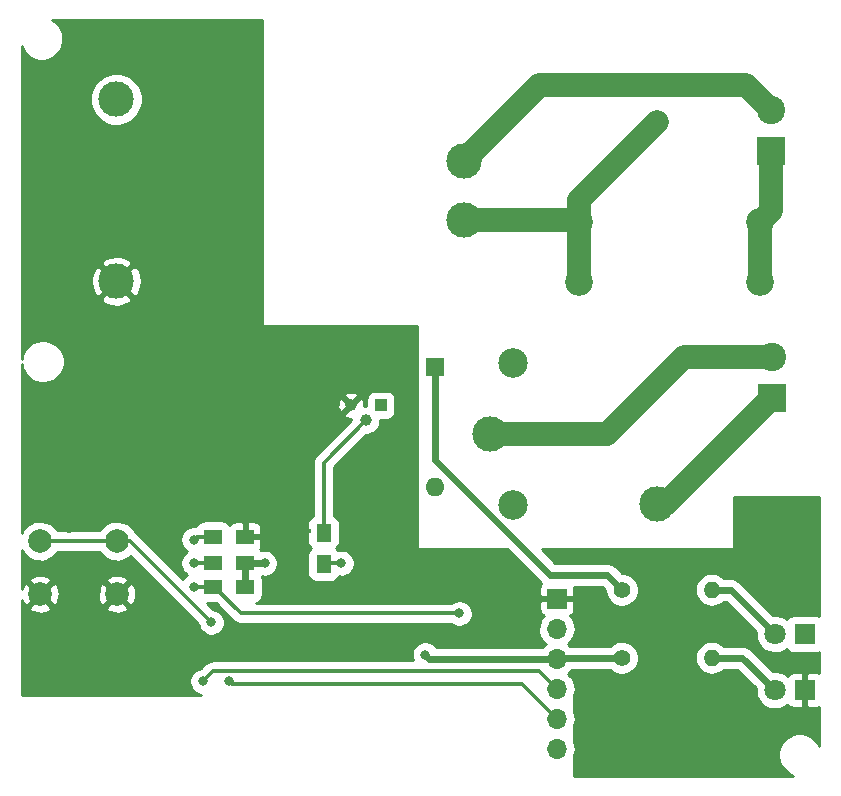
<source format=gbl>
G04 #@! TF.GenerationSoftware,KiCad,Pcbnew,(2017-11-08 revision cd21218)-HEAD*
G04 #@! TF.CreationDate,2018-02-21T13:37:35+02:00*
G04 #@! TF.ProjectId,heater_actuator_node,6865617465725F6163747561746F725F,rev?*
G04 #@! TF.SameCoordinates,Original*
G04 #@! TF.FileFunction,Copper,L2,Bot,Signal*
G04 #@! TF.FilePolarity,Positive*
%FSLAX46Y46*%
G04 Gerber Fmt 4.6, Leading zero omitted, Abs format (unit mm)*
G04 Created by KiCad (PCBNEW (2017-11-08 revision cd21218)-HEAD) date Wed Feb 21 13:37:35 2018*
%MOMM*%
%LPD*%
G01*
G04 APERTURE LIST*
%ADD10C,0.400000*%
%ADD11C,1.400000*%
%ADD12O,1.400000X1.400000*%
%ADD13O,1.600000X1.600000*%
%ADD14R,1.600000X1.600000*%
%ADD15C,1.800000*%
%ADD16R,1.800000X1.800000*%
%ADD17C,2.349500*%
%ADD18R,1.000000X1.000000*%
%ADD19C,1.000000*%
%ADD20R,1.300000X1.500000*%
%ADD21R,1.500000X1.300000*%
%ADD22C,2.500000*%
%ADD23C,3.000000*%
%ADD24C,2.400000*%
%ADD25R,2.400000X2.400000*%
%ADD26R,1.700000X1.700000*%
%ADD27O,1.700000X1.700000*%
%ADD28C,2.000000*%
%ADD29C,0.800000*%
%ADD30C,0.600000*%
%ADD31C,1.000000*%
%ADD32C,2.000000*%
%ADD33C,0.350000*%
%ADD34C,0.254000*%
G04 APERTURE END LIST*
D10*
X179500000Y-87700000D03*
X180300000Y-86800000D03*
X179500000Y-85900000D03*
X179500000Y-91200000D03*
X179500000Y-89400000D03*
X180400000Y-90200000D03*
X178600000Y-90200000D03*
X169800000Y-100400000D03*
X170900000Y-99200000D03*
X168700000Y-99200000D03*
X169800000Y-98200000D03*
X175200000Y-94500000D03*
X172800000Y-96900000D03*
X177800000Y-91900000D03*
X176500000Y-93200000D03*
X174000000Y-95700000D03*
X171700000Y-98100000D03*
X157600000Y-93300000D03*
X171600000Y-87200000D03*
X170300000Y-88500000D03*
X169000000Y-89800000D03*
X167800000Y-91000000D03*
X166600000Y-92200000D03*
X173200000Y-86800000D03*
X178500000Y-86800000D03*
X175200000Y-86800000D03*
X177200000Y-86800000D03*
X156700000Y-93300000D03*
X155600000Y-94400000D03*
X154400000Y-93300000D03*
X155500000Y-92100000D03*
X165400000Y-93300000D03*
X163400000Y-93300000D03*
X161400000Y-93300000D03*
X159400000Y-93300000D03*
D11*
X166750000Y-106500000D03*
D12*
X174370000Y-106500000D03*
D11*
X166750000Y-112250000D03*
D12*
X174370000Y-112250000D03*
D13*
X150950000Y-97775000D03*
D14*
X150950000Y-87615000D03*
D15*
X179710000Y-115000000D03*
D16*
X182250000Y-115000000D03*
X182250000Y-110250000D03*
D15*
X179710000Y-110250000D03*
D17*
X163089360Y-80415000D03*
X163089360Y-75335000D03*
X178410640Y-80415000D03*
X178410640Y-75335000D03*
D18*
X146350000Y-90875000D03*
D19*
X143810000Y-90875000D03*
X145080000Y-92145000D03*
D20*
X141500000Y-101650000D03*
X141500000Y-104350000D03*
D21*
X132150000Y-106250000D03*
X134850000Y-106250000D03*
X132150000Y-104250000D03*
X134850000Y-104250000D03*
D22*
X157500000Y-99325000D03*
X157500000Y-87325000D03*
D23*
X155550000Y-93275000D03*
X169750000Y-99275000D03*
X153350000Y-75175000D03*
X153350000Y-70175000D03*
X123950000Y-80375000D03*
X123950000Y-64975000D03*
D15*
X162250000Y-63775000D03*
X169750000Y-66875000D03*
D24*
X179450000Y-86775000D03*
D25*
X179450000Y-90275000D03*
X179350000Y-69375000D03*
D24*
X179350000Y-65875000D03*
D26*
X161250000Y-107250000D03*
D27*
X161250000Y-109790000D03*
X161250000Y-112330000D03*
X161250000Y-114870000D03*
X161250000Y-117410000D03*
X161250000Y-119950000D03*
D21*
X132150000Y-102000000D03*
X134850000Y-102000000D03*
D28*
X117500000Y-106875000D03*
X117500000Y-102375000D03*
X124000000Y-106875000D03*
X124000000Y-102375000D03*
D10*
X119949286Y-60841500D03*
X122489286Y-60841500D03*
X125029286Y-60841500D03*
X127569286Y-60841500D03*
X130109286Y-60841500D03*
X132649286Y-60841500D03*
X135189286Y-60841500D03*
X117409286Y-63381500D03*
X119949286Y-63381500D03*
X127569286Y-63381500D03*
X130109286Y-63381500D03*
X132649286Y-63381500D03*
X135189286Y-63381500D03*
X117409286Y-65921500D03*
X119949286Y-65921500D03*
X127569286Y-65921500D03*
X130109286Y-65921500D03*
X132649286Y-65921500D03*
X135189286Y-65921500D03*
X117409286Y-68461500D03*
X119949286Y-68461500D03*
X122489286Y-68461500D03*
X125029286Y-68461500D03*
X130109286Y-68461500D03*
X132649286Y-68461500D03*
X135189286Y-68461500D03*
X117409286Y-71001500D03*
X119949286Y-71001500D03*
X122489286Y-71001500D03*
X125029286Y-71001500D03*
X127569286Y-71001500D03*
X132649286Y-71001500D03*
X135189286Y-71001500D03*
X117409286Y-73541500D03*
X119949286Y-73541500D03*
X122489286Y-73541500D03*
X125029286Y-73541500D03*
X127569286Y-73541500D03*
X132649286Y-73541500D03*
X135189286Y-73541500D03*
X117409286Y-76081500D03*
X119949286Y-76081500D03*
X122489286Y-76081500D03*
X125029286Y-76081500D03*
X127569286Y-76081500D03*
X132649286Y-76081500D03*
X135189286Y-76081500D03*
X117409286Y-78621500D03*
X119949286Y-78621500D03*
X122489286Y-78621500D03*
X127569286Y-78621500D03*
X132649286Y-78621500D03*
X135189286Y-78621500D03*
X117409286Y-81161500D03*
X119949286Y-81161500D03*
X127569286Y-81161500D03*
X132649286Y-81161500D03*
X135189286Y-81161500D03*
X117409286Y-83701500D03*
X119949286Y-83701500D03*
X122489286Y-83701500D03*
X125029286Y-83701500D03*
X127569286Y-83701500D03*
X132649286Y-83701500D03*
X135189286Y-83701500D03*
X119949286Y-86241500D03*
X122489286Y-86241500D03*
X125029286Y-86241500D03*
X127569286Y-86241500D03*
X132649286Y-86241500D03*
X119949286Y-88781500D03*
X122489286Y-88781500D03*
X125029286Y-88781500D03*
X127569286Y-88781500D03*
X140269286Y-88781500D03*
X142809286Y-88781500D03*
X145349286Y-88781500D03*
X147889286Y-88781500D03*
X117409286Y-91321500D03*
X119949286Y-91321500D03*
X125029286Y-91321500D03*
X127569286Y-91321500D03*
X140269286Y-91321500D03*
X142809286Y-91321500D03*
X117409286Y-93861500D03*
X119949286Y-93861500D03*
X122489286Y-93861500D03*
X125029286Y-93861500D03*
X127569286Y-93861500D03*
X140269286Y-93861500D03*
X145349286Y-93861500D03*
X117409286Y-96401500D03*
X119949286Y-96401500D03*
X122489286Y-96401500D03*
X125029286Y-96401500D03*
X127569286Y-96401500D03*
X130109286Y-96401500D03*
X132649286Y-96401500D03*
X135189286Y-96401500D03*
X137729286Y-96401500D03*
X140269286Y-96401500D03*
X142809286Y-96401500D03*
X145349286Y-96401500D03*
X147889286Y-96401500D03*
X117409286Y-98941500D03*
X125029286Y-98941500D03*
X127569286Y-98941500D03*
X130109286Y-98941500D03*
X132649286Y-98941500D03*
X135189286Y-98941500D03*
X137729286Y-98941500D03*
X140269286Y-98941500D03*
X142809286Y-98941500D03*
X145349286Y-98941500D03*
X147889286Y-98941500D03*
X119949286Y-101481500D03*
X137729286Y-101481500D03*
X140269286Y-101481500D03*
X178369286Y-101481500D03*
X180909286Y-101481500D03*
X183449286Y-101481500D03*
X119949286Y-104021500D03*
X122489286Y-104021500D03*
X155509286Y-104021500D03*
X180909286Y-104021500D03*
X183449286Y-104021500D03*
X119949286Y-106561500D03*
X122489286Y-106561500D03*
X137729286Y-106561500D03*
X140269286Y-106561500D03*
X142809286Y-106561500D03*
X155509286Y-106561500D03*
X158049286Y-106561500D03*
X170749286Y-106561500D03*
X183449286Y-106561500D03*
X117409286Y-109101500D03*
X119949286Y-109101500D03*
X122489286Y-109101500D03*
X125029286Y-109101500D03*
X155509286Y-109101500D03*
X158049286Y-109101500D03*
X163129286Y-109101500D03*
X165669286Y-109101500D03*
X168209286Y-109101500D03*
X170749286Y-109101500D03*
X173289286Y-109101500D03*
X175829286Y-109101500D03*
X117409286Y-111641500D03*
X119949286Y-111641500D03*
X122489286Y-111641500D03*
X125029286Y-111641500D03*
X132649286Y-111641500D03*
X137729286Y-111641500D03*
X140269286Y-111641500D03*
X142809286Y-111641500D03*
X147889286Y-111641500D03*
X168209286Y-111641500D03*
X170749286Y-111641500D03*
X178369286Y-111641500D03*
X117409286Y-114181500D03*
X119949286Y-114181500D03*
X122489286Y-114181500D03*
X125029286Y-114181500D03*
X163129286Y-114181500D03*
X165669286Y-114181500D03*
X168209286Y-114181500D03*
X170749286Y-114181500D03*
X173289286Y-114181500D03*
X175829286Y-114181500D03*
X163129286Y-116721500D03*
X165669286Y-116721500D03*
X168209286Y-116721500D03*
X170749286Y-116721500D03*
X173289286Y-116721500D03*
X175829286Y-116721500D03*
X178369286Y-116721500D03*
X163129286Y-119261500D03*
X165669286Y-119261500D03*
X168209286Y-119261500D03*
X170749286Y-119261500D03*
X173289286Y-119261500D03*
X175829286Y-119261500D03*
X178369286Y-119261500D03*
X183449286Y-119261500D03*
X163129286Y-121801500D03*
X165669286Y-121801500D03*
X168209286Y-121801500D03*
X170749286Y-121801500D03*
X173289286Y-121801500D03*
X175829286Y-121801500D03*
X178369286Y-121801500D03*
D29*
X148000000Y-105750000D03*
X150100000Y-112000000D03*
X136500000Y-104250000D03*
X143000000Y-104250000D03*
X132000000Y-109250000D03*
X131250000Y-114250000D03*
X133500000Y-114250000D03*
X153000000Y-108500000D03*
X130500000Y-106250000D03*
X130500000Y-104250000D03*
X130500000Y-102250000D03*
D30*
X166750000Y-112250000D02*
X161330000Y-112250000D01*
X161330000Y-112250000D02*
X161250000Y-112330000D01*
X150430000Y-112330000D02*
X150100000Y-112000000D01*
X161250000Y-112330000D02*
X150430000Y-112330000D01*
X134850000Y-104250000D02*
X136500000Y-104250000D01*
X134850000Y-106250000D02*
X134850000Y-104250000D01*
X160686998Y-105250000D02*
X150950000Y-95513002D01*
X150950000Y-95513002D02*
X150950000Y-87615000D01*
X165500000Y-105250000D02*
X160686998Y-105250000D01*
X166750000Y-106500000D02*
X165500000Y-105250000D01*
X150950000Y-87615000D02*
X150950000Y-88050000D01*
X150950000Y-87700000D02*
X150950000Y-87615000D01*
D31*
X157575000Y-87325000D02*
X157500000Y-87325000D01*
D30*
X174370000Y-112250000D02*
X176960000Y-112250000D01*
X176960000Y-112250000D02*
X179710000Y-115000000D01*
X179710000Y-110250000D02*
X175960000Y-106500000D01*
X175960000Y-106500000D02*
X174370000Y-106500000D01*
D32*
X163089360Y-75335000D02*
X163089360Y-73535640D01*
X163089360Y-73535640D02*
X169750000Y-66875000D01*
X153350000Y-75175000D02*
X162929360Y-75175000D01*
X162929360Y-75175000D02*
X163089360Y-75335000D01*
X163089360Y-80415000D02*
X163089360Y-75335000D01*
X178410640Y-75335000D02*
X178410640Y-80415000D01*
X179350000Y-69375000D02*
X179350000Y-74395640D01*
X179350000Y-74395640D02*
X178410640Y-75335000D01*
D33*
X143000000Y-104250000D02*
X141600000Y-104250000D01*
X141600000Y-104250000D02*
X141500000Y-104350000D01*
X141500000Y-101650000D02*
X141500000Y-95725000D01*
X141500000Y-95725000D02*
X145080000Y-92145000D01*
D32*
X165475000Y-93275000D02*
X171975000Y-86775000D01*
X171975000Y-86775000D02*
X179450000Y-86775000D01*
X155550000Y-93275000D02*
X165475000Y-93275000D01*
D33*
X155725000Y-93450000D02*
X155550000Y-93275000D01*
D32*
X170500000Y-99200000D02*
X179500000Y-90200000D01*
X162250000Y-63775000D02*
X177250000Y-63775000D01*
X177250000Y-63775000D02*
X179350000Y-65875000D01*
X153350000Y-70175000D02*
X159750000Y-63775000D01*
X159750000Y-63775000D02*
X162250000Y-63775000D01*
D33*
X124000000Y-102375000D02*
X117500000Y-102375000D01*
X132000000Y-109250000D02*
X125125000Y-102375000D01*
X125125000Y-102375000D02*
X124000000Y-102375000D01*
X159754998Y-113374998D02*
X132125002Y-113374998D01*
X161250000Y-114870000D02*
X159754998Y-113374998D01*
X132125002Y-113374998D02*
X131250000Y-114250000D01*
X161250000Y-117410000D02*
X158340000Y-114500000D01*
X158340000Y-114500000D02*
X133750000Y-114500000D01*
X133750000Y-114500000D02*
X133500000Y-114250000D01*
X132250000Y-106250000D02*
X134500000Y-108500000D01*
X134500000Y-108500000D02*
X153000000Y-108500000D01*
X132150000Y-106250000D02*
X132250000Y-106250000D01*
X132150000Y-106250000D02*
X130500000Y-106250000D01*
X132150000Y-104250000D02*
X130500000Y-104250000D01*
X132150000Y-102000000D02*
X130750000Y-102000000D01*
X130750000Y-102000000D02*
X130500000Y-102250000D01*
D34*
G36*
X136298685Y-84028997D02*
X136308275Y-84077413D01*
X136335739Y-84118658D01*
X136376896Y-84146255D01*
X136425481Y-84156000D01*
X149398009Y-84176797D01*
X149399326Y-102950009D01*
X149408993Y-102998601D01*
X149436523Y-103039803D01*
X149477725Y-103067333D01*
X149526326Y-103077000D01*
X157061601Y-103077000D01*
X159943287Y-105958687D01*
X159906763Y-105995211D01*
X159837270Y-106099215D01*
X159789403Y-106214777D01*
X159765000Y-106337458D01*
X159765000Y-106964250D01*
X159923750Y-107123000D01*
X161123000Y-107123000D01*
X161123000Y-107103000D01*
X161377000Y-107103000D01*
X161377000Y-107123000D01*
X162576250Y-107123000D01*
X162735000Y-106964250D01*
X162735000Y-106337458D01*
X162722974Y-106277000D01*
X165074602Y-106277000D01*
X165322452Y-106524850D01*
X165321124Y-106619986D01*
X165371642Y-106895238D01*
X165474661Y-107155435D01*
X165626258Y-107390667D01*
X165820658Y-107591974D01*
X166050456Y-107751687D01*
X166306899Y-107863725D01*
X166580220Y-107923818D01*
X166860008Y-107929679D01*
X167135605Y-107881084D01*
X167396516Y-107779883D01*
X167632800Y-107629933D01*
X167835459Y-107436943D01*
X167996773Y-107208266D01*
X168110598Y-106952611D01*
X168172598Y-106679716D01*
X168177062Y-106360075D01*
X168122705Y-106085556D01*
X168016063Y-105826822D01*
X167861197Y-105593730D01*
X167664005Y-105395157D01*
X167432000Y-105238668D01*
X167174017Y-105130222D01*
X166899884Y-105073950D01*
X166775479Y-105073081D01*
X166226199Y-104523801D01*
X166152882Y-104463579D01*
X166080221Y-104402608D01*
X166075485Y-104400005D01*
X166071315Y-104396579D01*
X165987714Y-104351752D01*
X165904578Y-104306048D01*
X165899433Y-104304416D01*
X165894672Y-104301863D01*
X165803968Y-104274132D01*
X165713525Y-104245442D01*
X165708154Y-104244840D01*
X165702994Y-104243262D01*
X165608693Y-104233683D01*
X165514339Y-104223100D01*
X165503775Y-104223026D01*
X165503585Y-104223007D01*
X165503408Y-104223024D01*
X165500000Y-104223000D01*
X161112395Y-104223000D01*
X159966395Y-103077000D01*
X176125000Y-103077000D01*
X176173604Y-103067331D01*
X176214805Y-103039800D01*
X176242334Y-102998597D01*
X176252000Y-102949996D01*
X176251873Y-98626609D01*
X183473000Y-98604391D01*
X183473000Y-108698311D01*
X183429557Y-108675090D01*
X183292517Y-108633520D01*
X183150000Y-108619483D01*
X181350000Y-108619483D01*
X181207483Y-108633520D01*
X181070443Y-108675090D01*
X180944147Y-108742597D01*
X180833446Y-108833446D01*
X180742597Y-108944147D01*
X180726981Y-108973362D01*
X180487585Y-108811887D01*
X180193445Y-108688242D01*
X179880891Y-108624084D01*
X179561827Y-108621856D01*
X179538671Y-108626273D01*
X176686199Y-105773801D01*
X176612882Y-105713579D01*
X176540221Y-105652608D01*
X176535485Y-105650005D01*
X176531315Y-105646579D01*
X176447714Y-105601752D01*
X176364578Y-105556048D01*
X176359433Y-105554416D01*
X176354672Y-105551863D01*
X176263968Y-105524132D01*
X176173525Y-105495442D01*
X176168154Y-105494840D01*
X176162994Y-105493262D01*
X176068693Y-105483683D01*
X175974339Y-105473100D01*
X175963775Y-105473026D01*
X175963585Y-105473007D01*
X175963408Y-105473024D01*
X175960000Y-105473000D01*
X175362398Y-105473000D01*
X175183113Y-105322563D01*
X174939060Y-105188394D01*
X174673595Y-105104183D01*
X174396829Y-105073139D01*
X174376905Y-105073000D01*
X174363095Y-105073000D01*
X174085923Y-105100177D01*
X173819308Y-105180673D01*
X173573405Y-105311421D01*
X173357582Y-105487443D01*
X173180058Y-105702032D01*
X173047596Y-105947015D01*
X172965241Y-106213062D01*
X172936130Y-106490038D01*
X172961371Y-106767393D01*
X173040004Y-107034564D01*
X173169032Y-107281373D01*
X173343542Y-107498420D01*
X173556887Y-107677437D01*
X173800940Y-107811606D01*
X174066405Y-107895817D01*
X174343171Y-107926861D01*
X174363095Y-107927000D01*
X174376905Y-107927000D01*
X174654077Y-107899823D01*
X174920692Y-107819327D01*
X175166595Y-107688579D01*
X175364709Y-107527000D01*
X175534602Y-107527000D01*
X178085180Y-110077578D01*
X178080862Y-110386803D01*
X178138460Y-110700632D01*
X178255918Y-110997297D01*
X178428762Y-111265497D01*
X178650407Y-111495018D01*
X178912412Y-111677116D01*
X179204797Y-111804856D01*
X179516425Y-111873372D01*
X179835426Y-111880054D01*
X180149649Y-111824648D01*
X180447127Y-111709264D01*
X180716528Y-111538297D01*
X180727585Y-111527768D01*
X180742597Y-111555853D01*
X180833446Y-111666554D01*
X180944147Y-111757403D01*
X181070443Y-111824910D01*
X181207483Y-111866480D01*
X181350000Y-111880517D01*
X183150000Y-111880517D01*
X183292517Y-111866480D01*
X183429557Y-111824910D01*
X183473000Y-111801689D01*
X183473000Y-113552114D01*
X183450785Y-113537270D01*
X183335223Y-113489403D01*
X183212542Y-113465000D01*
X182535750Y-113465000D01*
X182377000Y-113623750D01*
X182377000Y-114873000D01*
X182397000Y-114873000D01*
X182397000Y-115127000D01*
X182377000Y-115127000D01*
X182377000Y-116376250D01*
X182535750Y-116535000D01*
X183212542Y-116535000D01*
X183335223Y-116510597D01*
X183450785Y-116462730D01*
X183473000Y-116447886D01*
X183473000Y-119739406D01*
X183420951Y-119613125D01*
X183222674Y-119314695D01*
X182970208Y-119060461D01*
X182673170Y-118860106D01*
X182342873Y-118721262D01*
X181991898Y-118649217D01*
X181633613Y-118646716D01*
X181281666Y-118713853D01*
X180949463Y-118848072D01*
X180649656Y-119044260D01*
X180393665Y-119294945D01*
X180191241Y-119590577D01*
X180050094Y-119919897D01*
X179975601Y-120270361D01*
X179970599Y-120628619D01*
X180035277Y-120981026D01*
X180167174Y-121314159D01*
X180361264Y-121615328D01*
X180610156Y-121873062D01*
X180904368Y-122077545D01*
X181232694Y-122220988D01*
X181241845Y-122223000D01*
X162727000Y-122223000D01*
X162727000Y-120510742D01*
X162802420Y-120267100D01*
X162834592Y-119961009D01*
X162806697Y-119654500D01*
X162727000Y-119383712D01*
X162727000Y-117970742D01*
X162802420Y-117727100D01*
X162834592Y-117421009D01*
X162806697Y-117114500D01*
X162727000Y-116843712D01*
X162727000Y-115500000D01*
X162718613Y-115457836D01*
X162802420Y-115187100D01*
X162834592Y-114881009D01*
X162806697Y-114574500D01*
X162719799Y-114279245D01*
X162577207Y-114006493D01*
X162384353Y-113766631D01*
X162184743Y-113599138D01*
X162368838Y-113448993D01*
X162511123Y-113277000D01*
X165757913Y-113277000D01*
X165820658Y-113341974D01*
X166050456Y-113501687D01*
X166306899Y-113613725D01*
X166580220Y-113673818D01*
X166860008Y-113679679D01*
X167135605Y-113631084D01*
X167396516Y-113529883D01*
X167632800Y-113379933D01*
X167835459Y-113186943D01*
X167996773Y-112958266D01*
X168110598Y-112702611D01*
X168172598Y-112429716D01*
X168175246Y-112240038D01*
X172936130Y-112240038D01*
X172961371Y-112517393D01*
X173040004Y-112784564D01*
X173169032Y-113031373D01*
X173343542Y-113248420D01*
X173556887Y-113427437D01*
X173800940Y-113561606D01*
X174066405Y-113645817D01*
X174343171Y-113676861D01*
X174363095Y-113677000D01*
X174376905Y-113677000D01*
X174654077Y-113649823D01*
X174920692Y-113569327D01*
X175166595Y-113438579D01*
X175364709Y-113277000D01*
X176534602Y-113277000D01*
X178085180Y-114827577D01*
X178080862Y-115136803D01*
X178138460Y-115450632D01*
X178255918Y-115747297D01*
X178428762Y-116015497D01*
X178650407Y-116245018D01*
X178912412Y-116427116D01*
X179204797Y-116554856D01*
X179516425Y-116623372D01*
X179835426Y-116630054D01*
X180149649Y-116574648D01*
X180447127Y-116459264D01*
X180716528Y-116288297D01*
X180795496Y-116213096D01*
X180856763Y-116304789D01*
X180945211Y-116393237D01*
X181049215Y-116462730D01*
X181164777Y-116510597D01*
X181287458Y-116535000D01*
X181964250Y-116535000D01*
X182123000Y-116376250D01*
X182123000Y-115127000D01*
X182103000Y-115127000D01*
X182103000Y-114873000D01*
X182123000Y-114873000D01*
X182123000Y-113623750D01*
X181964250Y-113465000D01*
X181287458Y-113465000D01*
X181164777Y-113489403D01*
X181049215Y-113537270D01*
X180945211Y-113606763D01*
X180856763Y-113695211D01*
X180796655Y-113785169D01*
X180752107Y-113740309D01*
X180487585Y-113561887D01*
X180193445Y-113438242D01*
X179880891Y-113374084D01*
X179561827Y-113371856D01*
X179538671Y-113376273D01*
X177686199Y-111523801D01*
X177612882Y-111463579D01*
X177540221Y-111402608D01*
X177535485Y-111400005D01*
X177531315Y-111396579D01*
X177447714Y-111351752D01*
X177364578Y-111306048D01*
X177359433Y-111304416D01*
X177354672Y-111301863D01*
X177263968Y-111274132D01*
X177173525Y-111245442D01*
X177168154Y-111244840D01*
X177162994Y-111243262D01*
X177068693Y-111233683D01*
X176974339Y-111223100D01*
X176963775Y-111223026D01*
X176963585Y-111223007D01*
X176963408Y-111223024D01*
X176960000Y-111223000D01*
X175362398Y-111223000D01*
X175183113Y-111072563D01*
X174939060Y-110938394D01*
X174673595Y-110854183D01*
X174396829Y-110823139D01*
X174376905Y-110823000D01*
X174363095Y-110823000D01*
X174085923Y-110850177D01*
X173819308Y-110930673D01*
X173573405Y-111061421D01*
X173357582Y-111237443D01*
X173180058Y-111452032D01*
X173047596Y-111697015D01*
X172965241Y-111963062D01*
X172936130Y-112240038D01*
X168175246Y-112240038D01*
X168177062Y-112110075D01*
X168122705Y-111835556D01*
X168016063Y-111576822D01*
X167861197Y-111343730D01*
X167664005Y-111145157D01*
X167432000Y-110988668D01*
X167174017Y-110880222D01*
X166899884Y-110823950D01*
X166620041Y-110821996D01*
X166345149Y-110874435D01*
X166085677Y-110979268D01*
X165851510Y-111132503D01*
X165759098Y-111223000D01*
X162380026Y-111223000D01*
X162184743Y-111059138D01*
X162368838Y-110908993D01*
X162565022Y-110671847D01*
X162711408Y-110401112D01*
X162802420Y-110107100D01*
X162834592Y-109801009D01*
X162806697Y-109494500D01*
X162719799Y-109199245D01*
X162577207Y-108926493D01*
X162384353Y-108686631D01*
X162370713Y-108675186D01*
X162400785Y-108662730D01*
X162504789Y-108593237D01*
X162593237Y-108504789D01*
X162662730Y-108400785D01*
X162710597Y-108285223D01*
X162735000Y-108162542D01*
X162735000Y-107535750D01*
X162576250Y-107377000D01*
X161377000Y-107377000D01*
X161377000Y-107397000D01*
X161123000Y-107397000D01*
X161123000Y-107377000D01*
X159923750Y-107377000D01*
X159765000Y-107535750D01*
X159765000Y-108162542D01*
X159789403Y-108285223D01*
X159837270Y-108400785D01*
X159906763Y-108504789D01*
X159995211Y-108593237D01*
X160099215Y-108662730D01*
X160128109Y-108674698D01*
X159934978Y-108908153D01*
X159788592Y-109178888D01*
X159697580Y-109472900D01*
X159665408Y-109778991D01*
X159693303Y-110085500D01*
X159780201Y-110380755D01*
X159922793Y-110653507D01*
X160115647Y-110893369D01*
X160315257Y-111060862D01*
X160131162Y-111211007D01*
X160055059Y-111303000D01*
X150990041Y-111303000D01*
X150977588Y-111284257D01*
X150821853Y-111127430D01*
X150638622Y-111003839D01*
X150434875Y-110918192D01*
X150218374Y-110873751D01*
X149997363Y-110872208D01*
X149780262Y-110913622D01*
X149575339Y-110996416D01*
X149390401Y-111117436D01*
X149232491Y-111272073D01*
X149107624Y-111454437D01*
X149020556Y-111657580D01*
X148974605Y-111873767D01*
X148971519Y-112094761D01*
X149011416Y-112312146D01*
X149075102Y-112472998D01*
X132125002Y-112472998D01*
X132042001Y-112481136D01*
X131959078Y-112488391D01*
X131954529Y-112489713D01*
X131949803Y-112490176D01*
X131870006Y-112514268D01*
X131790029Y-112537503D01*
X131785817Y-112539686D01*
X131781277Y-112541057D01*
X131707714Y-112580171D01*
X131633738Y-112618517D01*
X131630031Y-112621476D01*
X131625843Y-112623703D01*
X131561290Y-112676351D01*
X131496159Y-112728344D01*
X131489556Y-112734856D01*
X131489422Y-112734965D01*
X131489319Y-112735089D01*
X131487192Y-112737187D01*
X131091519Y-113132861D01*
X130930262Y-113163622D01*
X130725339Y-113246416D01*
X130540401Y-113367436D01*
X130382491Y-113522073D01*
X130257624Y-113704437D01*
X130170556Y-113907580D01*
X130124605Y-114123767D01*
X130121519Y-114344761D01*
X130161416Y-114562146D01*
X130242778Y-114767642D01*
X130362504Y-114953421D01*
X130516035Y-115112406D01*
X130697522Y-115238543D01*
X130900053Y-115327027D01*
X131109150Y-115373000D01*
X115927000Y-115373000D01*
X115927000Y-108010413D01*
X116544192Y-108010413D01*
X116639956Y-108274814D01*
X116929571Y-108415704D01*
X117241108Y-108497384D01*
X117562595Y-108516718D01*
X117881675Y-108472961D01*
X118186088Y-108367795D01*
X118360044Y-108274814D01*
X118455808Y-108010413D01*
X123044192Y-108010413D01*
X123139956Y-108274814D01*
X123429571Y-108415704D01*
X123741108Y-108497384D01*
X124062595Y-108516718D01*
X124381675Y-108472961D01*
X124686088Y-108367795D01*
X124860044Y-108274814D01*
X124955808Y-108010413D01*
X124000000Y-107054605D01*
X123044192Y-108010413D01*
X118455808Y-108010413D01*
X117500000Y-107054605D01*
X116544192Y-108010413D01*
X115927000Y-108010413D01*
X115927000Y-107328927D01*
X116007205Y-107561088D01*
X116100186Y-107735044D01*
X116364587Y-107830808D01*
X117320395Y-106875000D01*
X117679605Y-106875000D01*
X118635413Y-107830808D01*
X118899814Y-107735044D01*
X119040704Y-107445429D01*
X119122384Y-107133892D01*
X119134189Y-106937595D01*
X122358282Y-106937595D01*
X122402039Y-107256675D01*
X122507205Y-107561088D01*
X122600186Y-107735044D01*
X122864587Y-107830808D01*
X123820395Y-106875000D01*
X124179605Y-106875000D01*
X125135413Y-107830808D01*
X125399814Y-107735044D01*
X125540704Y-107445429D01*
X125622384Y-107133892D01*
X125641718Y-106812405D01*
X125597961Y-106493325D01*
X125492795Y-106188912D01*
X125399814Y-106014956D01*
X125135413Y-105919192D01*
X124179605Y-106875000D01*
X123820395Y-106875000D01*
X122864587Y-105919192D01*
X122600186Y-106014956D01*
X122459296Y-106304571D01*
X122377616Y-106616108D01*
X122358282Y-106937595D01*
X119134189Y-106937595D01*
X119141718Y-106812405D01*
X119097961Y-106493325D01*
X118992795Y-106188912D01*
X118899814Y-106014956D01*
X118635413Y-105919192D01*
X117679605Y-106875000D01*
X117320395Y-106875000D01*
X116364587Y-105919192D01*
X116100186Y-106014956D01*
X115959296Y-106304571D01*
X115927000Y-106427752D01*
X115927000Y-105739587D01*
X116544192Y-105739587D01*
X117500000Y-106695395D01*
X118455808Y-105739587D01*
X123044192Y-105739587D01*
X124000000Y-106695395D01*
X124955808Y-105739587D01*
X124860044Y-105475186D01*
X124570429Y-105334296D01*
X124258892Y-105252616D01*
X123937405Y-105233282D01*
X123618325Y-105277039D01*
X123313912Y-105382205D01*
X123139956Y-105475186D01*
X123044192Y-105739587D01*
X118455808Y-105739587D01*
X118360044Y-105475186D01*
X118070429Y-105334296D01*
X117758892Y-105252616D01*
X117437405Y-105233282D01*
X117118325Y-105277039D01*
X116813912Y-105382205D01*
X116639956Y-105475186D01*
X116544192Y-105739587D01*
X115927000Y-105739587D01*
X115927000Y-103093603D01*
X115956546Y-103168228D01*
X116140013Y-103452913D01*
X116375281Y-103696540D01*
X116653390Y-103889831D01*
X116963746Y-104025422D01*
X117294527Y-104098149D01*
X117633135Y-104105241D01*
X117966672Y-104046430D01*
X118282433Y-103923954D01*
X118568392Y-103742479D01*
X118813656Y-103508917D01*
X118977255Y-103277000D01*
X122526645Y-103277000D01*
X122640013Y-103452913D01*
X122875281Y-103696540D01*
X123153390Y-103889831D01*
X123463746Y-104025422D01*
X123794527Y-104098149D01*
X124133135Y-104105241D01*
X124466672Y-104046430D01*
X124782433Y-103923954D01*
X125068392Y-103742479D01*
X125144440Y-103670060D01*
X130883293Y-109408913D01*
X130911416Y-109562146D01*
X130992778Y-109767642D01*
X131112504Y-109953421D01*
X131266035Y-110112406D01*
X131447522Y-110238543D01*
X131650053Y-110327027D01*
X131865913Y-110374487D01*
X132086881Y-110379115D01*
X132304539Y-110340736D01*
X132510598Y-110260811D01*
X132697208Y-110142385D01*
X132857261Y-109989968D01*
X132984662Y-109809366D01*
X133074557Y-109607458D01*
X133123523Y-109391934D01*
X133127048Y-109139492D01*
X133084119Y-108922685D01*
X132999897Y-108718346D01*
X132877588Y-108534257D01*
X132721853Y-108377430D01*
X132538622Y-108253839D01*
X132334875Y-108168192D01*
X132157377Y-108131757D01*
X131656137Y-107630517D01*
X132354897Y-107630517D01*
X133862190Y-109137811D01*
X133926628Y-109190741D01*
X133990400Y-109244252D01*
X133994553Y-109246535D01*
X133998221Y-109249548D01*
X134071696Y-109288945D01*
X134144664Y-109329060D01*
X134149182Y-109330493D01*
X134153365Y-109332736D01*
X134233097Y-109357113D01*
X134312464Y-109382289D01*
X134317174Y-109382817D01*
X134321713Y-109384205D01*
X134404657Y-109392630D01*
X134487406Y-109401912D01*
X134496672Y-109401977D01*
X134496852Y-109401995D01*
X134497019Y-109401979D01*
X134500000Y-109402000D01*
X152323003Y-109402000D01*
X152447522Y-109488543D01*
X152650053Y-109577027D01*
X152865913Y-109624487D01*
X153086881Y-109629115D01*
X153304539Y-109590736D01*
X153510598Y-109510811D01*
X153697208Y-109392385D01*
X153857261Y-109239968D01*
X153984662Y-109059366D01*
X154074557Y-108857458D01*
X154123523Y-108641934D01*
X154127048Y-108389492D01*
X154084119Y-108172685D01*
X153999897Y-107968346D01*
X153877588Y-107784257D01*
X153721853Y-107627430D01*
X153538622Y-107503839D01*
X153334875Y-107418192D01*
X153118374Y-107373751D01*
X152897363Y-107372208D01*
X152680262Y-107413622D01*
X152475339Y-107496416D01*
X152320102Y-107598000D01*
X135803438Y-107598000D01*
X135879557Y-107574910D01*
X136005853Y-107507403D01*
X136116554Y-107416554D01*
X136207403Y-107305853D01*
X136274910Y-107179557D01*
X136316480Y-107042517D01*
X136330517Y-106900000D01*
X136330517Y-105600000D01*
X136316480Y-105457483D01*
X136285972Y-105356911D01*
X136365913Y-105374487D01*
X136586881Y-105379115D01*
X136804539Y-105340736D01*
X137010598Y-105260811D01*
X137197208Y-105142385D01*
X137357261Y-104989968D01*
X137484662Y-104809366D01*
X137574557Y-104607458D01*
X137623523Y-104391934D01*
X137627048Y-104139492D01*
X137584119Y-103922685D01*
X137499897Y-103718346D01*
X137377588Y-103534257D01*
X137221853Y-103377430D01*
X137038622Y-103253839D01*
X136834875Y-103168192D01*
X136618374Y-103123751D01*
X136397363Y-103122208D01*
X136182069Y-103163277D01*
X136116554Y-103083446D01*
X136088007Y-103060019D01*
X136093237Y-103054789D01*
X136162730Y-102950785D01*
X136210597Y-102835223D01*
X136235000Y-102712542D01*
X136235000Y-102285750D01*
X136076250Y-102127000D01*
X134977000Y-102127000D01*
X134977000Y-102147000D01*
X134723000Y-102147000D01*
X134723000Y-102127000D01*
X134703000Y-102127000D01*
X134703000Y-101873000D01*
X134723000Y-101873000D01*
X134723000Y-100873750D01*
X134977000Y-100873750D01*
X134977000Y-101873000D01*
X136076250Y-101873000D01*
X136235000Y-101714250D01*
X136235000Y-101287458D01*
X136210597Y-101164777D01*
X136162730Y-101049215D01*
X136093237Y-100945211D01*
X136048026Y-100900000D01*
X140119483Y-100900000D01*
X140119483Y-102400000D01*
X140133520Y-102542517D01*
X140175090Y-102679557D01*
X140242597Y-102805853D01*
X140333446Y-102916554D01*
X140435126Y-103000000D01*
X140333446Y-103083446D01*
X140242597Y-103194147D01*
X140175090Y-103320443D01*
X140133520Y-103457483D01*
X140119483Y-103600000D01*
X140119483Y-105100000D01*
X140133520Y-105242517D01*
X140175090Y-105379557D01*
X140242597Y-105505853D01*
X140333446Y-105616554D01*
X140444147Y-105707403D01*
X140570443Y-105774910D01*
X140707483Y-105816480D01*
X140850000Y-105830517D01*
X142150000Y-105830517D01*
X142292517Y-105816480D01*
X142429557Y-105774910D01*
X142555853Y-105707403D01*
X142666554Y-105616554D01*
X142757403Y-105505853D01*
X142824910Y-105379557D01*
X142828915Y-105366353D01*
X142865913Y-105374487D01*
X143086881Y-105379115D01*
X143304539Y-105340736D01*
X143510598Y-105260811D01*
X143697208Y-105142385D01*
X143857261Y-104989968D01*
X143984662Y-104809366D01*
X144074557Y-104607458D01*
X144123523Y-104391934D01*
X144127048Y-104139492D01*
X144084119Y-103922685D01*
X143999897Y-103718346D01*
X143877588Y-103534257D01*
X143721853Y-103377430D01*
X143538622Y-103253839D01*
X143334875Y-103168192D01*
X143118374Y-103123751D01*
X142897363Y-103122208D01*
X142725301Y-103155030D01*
X142666554Y-103083446D01*
X142564874Y-103000000D01*
X142666554Y-102916554D01*
X142757403Y-102805853D01*
X142824910Y-102679557D01*
X142866480Y-102542517D01*
X142880517Y-102400000D01*
X142880517Y-100900000D01*
X142866480Y-100757483D01*
X142824910Y-100620443D01*
X142757403Y-100494147D01*
X142666554Y-100383446D01*
X142555853Y-100292597D01*
X142429557Y-100225090D01*
X142402000Y-100216731D01*
X142402000Y-96098620D01*
X145127308Y-93373313D01*
X145174590Y-93374303D01*
X145411561Y-93332519D01*
X145635904Y-93245502D01*
X145839072Y-93116568D01*
X146013327Y-92950626D01*
X146152032Y-92753999D01*
X146249904Y-92534175D01*
X146303215Y-92299528D01*
X146305924Y-92105517D01*
X146850000Y-92105517D01*
X146992517Y-92091480D01*
X147129557Y-92049910D01*
X147255853Y-91982403D01*
X147366554Y-91891554D01*
X147457403Y-91780853D01*
X147524910Y-91654557D01*
X147566480Y-91517517D01*
X147580517Y-91375000D01*
X147580517Y-90375000D01*
X147566480Y-90232483D01*
X147524910Y-90095443D01*
X147457403Y-89969147D01*
X147366554Y-89858446D01*
X147255853Y-89767597D01*
X147129557Y-89700090D01*
X146992517Y-89658520D01*
X146850000Y-89644483D01*
X145850000Y-89644483D01*
X145707483Y-89658520D01*
X145570443Y-89700090D01*
X145444147Y-89767597D01*
X145333446Y-89858446D01*
X145242597Y-89969147D01*
X145175090Y-90095443D01*
X145133520Y-90232483D01*
X145119483Y-90375000D01*
X145119483Y-90918193D01*
X144968256Y-90917137D01*
X144944171Y-90921731D01*
X144947511Y-90792594D01*
X144909577Y-90572260D01*
X144829387Y-90363560D01*
X144801588Y-90311550D01*
X144588166Y-90276439D01*
X143989605Y-90875000D01*
X144003748Y-90889143D01*
X143824143Y-91068748D01*
X143810000Y-91054605D01*
X143211439Y-91653166D01*
X143246550Y-91866588D01*
X143450826Y-91957458D01*
X143668905Y-92006731D01*
X143854692Y-92011536D01*
X143853514Y-92095865D01*
X140862190Y-95087190D01*
X140809284Y-95151598D01*
X140755748Y-95215400D01*
X140753465Y-95219553D01*
X140750452Y-95223221D01*
X140711055Y-95296696D01*
X140670940Y-95369664D01*
X140669507Y-95374182D01*
X140667264Y-95378365D01*
X140642887Y-95458097D01*
X140617711Y-95537464D01*
X140617183Y-95542174D01*
X140615795Y-95546713D01*
X140607369Y-95629661D01*
X140598088Y-95712406D01*
X140598023Y-95721671D01*
X140598005Y-95721851D01*
X140598021Y-95722018D01*
X140598000Y-95725000D01*
X140598000Y-100216731D01*
X140570443Y-100225090D01*
X140444147Y-100292597D01*
X140333446Y-100383446D01*
X140242597Y-100494147D01*
X140175090Y-100620443D01*
X140133520Y-100757483D01*
X140119483Y-100900000D01*
X136048026Y-100900000D01*
X136004789Y-100856763D01*
X135900785Y-100787270D01*
X135785223Y-100739403D01*
X135662542Y-100715000D01*
X135135750Y-100715000D01*
X134977000Y-100873750D01*
X134723000Y-100873750D01*
X134564250Y-100715000D01*
X134037458Y-100715000D01*
X133914777Y-100739403D01*
X133799215Y-100787270D01*
X133695211Y-100856763D01*
X133606763Y-100945211D01*
X133551878Y-101027353D01*
X133507403Y-100944147D01*
X133416554Y-100833446D01*
X133305853Y-100742597D01*
X133179557Y-100675090D01*
X133042517Y-100633520D01*
X132900000Y-100619483D01*
X131400000Y-100619483D01*
X131257483Y-100633520D01*
X131120443Y-100675090D01*
X130994147Y-100742597D01*
X130883446Y-100833446D01*
X130792597Y-100944147D01*
X130725090Y-101070443D01*
X130715711Y-101101362D01*
X130667003Y-101106138D01*
X130584076Y-101113393D01*
X130579527Y-101114715D01*
X130574801Y-101115178D01*
X130548032Y-101123260D01*
X130397363Y-101122208D01*
X130180262Y-101163622D01*
X129975339Y-101246416D01*
X129790401Y-101367436D01*
X129632491Y-101522073D01*
X129507624Y-101704437D01*
X129420556Y-101907580D01*
X129374605Y-102123767D01*
X129371519Y-102344761D01*
X129411416Y-102562146D01*
X129492778Y-102767642D01*
X129612504Y-102953421D01*
X129766035Y-103112406D01*
X129947522Y-103238543D01*
X129971417Y-103248983D01*
X129790401Y-103367436D01*
X129632491Y-103522073D01*
X129507624Y-103704437D01*
X129420556Y-103907580D01*
X129374605Y-104123767D01*
X129371519Y-104344761D01*
X129411416Y-104562146D01*
X129492778Y-104767642D01*
X129612504Y-104953421D01*
X129766035Y-105112406D01*
X129947522Y-105238543D01*
X129971417Y-105248983D01*
X129790401Y-105367436D01*
X129632491Y-105522073D01*
X129598027Y-105572407D01*
X125762810Y-101737190D01*
X125698402Y-101684284D01*
X125634600Y-101630748D01*
X125630447Y-101628465D01*
X125626779Y-101625452D01*
X125553304Y-101586055D01*
X125539779Y-101578619D01*
X125532228Y-101560300D01*
X125344805Y-101278204D01*
X125106158Y-101037885D01*
X124825377Y-100848497D01*
X124513159Y-100717252D01*
X124181394Y-100649150D01*
X123842720Y-100646786D01*
X123510037Y-100710249D01*
X123196016Y-100837121D01*
X122912619Y-101022571D01*
X122670640Y-101259535D01*
X122524478Y-101473000D01*
X118974226Y-101473000D01*
X118844805Y-101278204D01*
X118606158Y-101037885D01*
X118325377Y-100848497D01*
X118013159Y-100717252D01*
X117681394Y-100649150D01*
X117342720Y-100646786D01*
X117010037Y-100710249D01*
X116696016Y-100837121D01*
X116412619Y-101022571D01*
X116170640Y-101259535D01*
X115979296Y-101538986D01*
X115927000Y-101661002D01*
X115927000Y-90957406D01*
X142672489Y-90957406D01*
X142710423Y-91177740D01*
X142790613Y-91386440D01*
X142818412Y-91438450D01*
X143031834Y-91473561D01*
X143630395Y-90875000D01*
X143031834Y-90276439D01*
X142818412Y-90311550D01*
X142727542Y-90515826D01*
X142678269Y-90733905D01*
X142672489Y-90957406D01*
X115927000Y-90957406D01*
X115927000Y-90096834D01*
X143211439Y-90096834D01*
X143810000Y-90695395D01*
X144408561Y-90096834D01*
X144373450Y-89883412D01*
X144169174Y-89792542D01*
X143951095Y-89743269D01*
X143727594Y-89737489D01*
X143507260Y-89775423D01*
X143298560Y-89855613D01*
X143246550Y-89883412D01*
X143211439Y-90096834D01*
X115927000Y-90096834D01*
X115927000Y-87363496D01*
X115985277Y-87681026D01*
X116117174Y-88014159D01*
X116311264Y-88315328D01*
X116560156Y-88573062D01*
X116854368Y-88777545D01*
X117182694Y-88920988D01*
X117532629Y-88997926D01*
X117890844Y-89005429D01*
X118243694Y-88943212D01*
X118577739Y-88813645D01*
X118880256Y-88621662D01*
X119139722Y-88374576D01*
X119346254Y-88081798D01*
X119491985Y-87754481D01*
X119571364Y-87405092D01*
X119577078Y-86995853D01*
X119507485Y-86644384D01*
X119370951Y-86313125D01*
X119172674Y-86014695D01*
X118920208Y-85760461D01*
X118623170Y-85560106D01*
X118292873Y-85421262D01*
X117941898Y-85349217D01*
X117583613Y-85346716D01*
X117231666Y-85413853D01*
X116899463Y-85548072D01*
X116599656Y-85744260D01*
X116343665Y-85994945D01*
X116141241Y-86290577D01*
X116000094Y-86619897D01*
X115927000Y-86963779D01*
X115927000Y-81866653D01*
X122637952Y-81866653D01*
X122793962Y-82182214D01*
X123168745Y-82373020D01*
X123573551Y-82487044D01*
X123992824Y-82519902D01*
X124410451Y-82470334D01*
X124810383Y-82340243D01*
X125106038Y-82182214D01*
X125262048Y-81866653D01*
X123950000Y-80554605D01*
X122637952Y-81866653D01*
X115927000Y-81866653D01*
X115927000Y-80417824D01*
X121805098Y-80417824D01*
X121854666Y-80835451D01*
X121984757Y-81235383D01*
X122142786Y-81531038D01*
X122458347Y-81687048D01*
X123770395Y-80375000D01*
X124129605Y-80375000D01*
X125441653Y-81687048D01*
X125757214Y-81531038D01*
X125948020Y-81156255D01*
X126062044Y-80751449D01*
X126094902Y-80332176D01*
X126045334Y-79914549D01*
X125915243Y-79514617D01*
X125757214Y-79218962D01*
X125441653Y-79062952D01*
X124129605Y-80375000D01*
X123770395Y-80375000D01*
X122458347Y-79062952D01*
X122142786Y-79218962D01*
X121951980Y-79593745D01*
X121837956Y-79998551D01*
X121805098Y-80417824D01*
X115927000Y-80417824D01*
X115927000Y-78883347D01*
X122637952Y-78883347D01*
X123950000Y-80195395D01*
X125262048Y-78883347D01*
X125106038Y-78567786D01*
X124731255Y-78376980D01*
X124326449Y-78262956D01*
X123907176Y-78230098D01*
X123489549Y-78279666D01*
X123089617Y-78409757D01*
X122793962Y-78567786D01*
X122637952Y-78883347D01*
X115927000Y-78883347D01*
X115927000Y-65162252D01*
X121720072Y-65162252D01*
X121798912Y-65591815D01*
X121959685Y-65997883D01*
X122196270Y-66364990D01*
X122499653Y-66679152D01*
X122858279Y-66928404D01*
X123258489Y-67103251D01*
X123685038Y-67197034D01*
X124121680Y-67206181D01*
X124551782Y-67130342D01*
X124958963Y-66972407D01*
X125327712Y-66738392D01*
X125643985Y-66437209D01*
X125895735Y-66080331D01*
X126073372Y-65681352D01*
X126170130Y-65255468D01*
X126177096Y-64756631D01*
X126092267Y-64328212D01*
X125925839Y-63924428D01*
X125684152Y-63560660D01*
X125376412Y-63250764D01*
X125014340Y-63006544D01*
X124611728Y-62837301D01*
X124183911Y-62749483D01*
X123747185Y-62746434D01*
X123318183Y-62828270D01*
X122913247Y-62991875D01*
X122547801Y-63231016D01*
X122235764Y-63536585D01*
X121989022Y-63896943D01*
X121816973Y-64298364D01*
X121726170Y-64725557D01*
X121720072Y-65162252D01*
X115927000Y-65162252D01*
X115927000Y-60486406D01*
X116017174Y-60714159D01*
X116211264Y-61015328D01*
X116460156Y-61273062D01*
X116754368Y-61477545D01*
X117082694Y-61620988D01*
X117432629Y-61697926D01*
X117790844Y-61705429D01*
X118143694Y-61643212D01*
X118477739Y-61513645D01*
X118780256Y-61321662D01*
X119039722Y-61074576D01*
X119246254Y-60781798D01*
X119391985Y-60454481D01*
X119471364Y-60105092D01*
X119477078Y-59695853D01*
X119407485Y-59344384D01*
X119270951Y-59013125D01*
X119072674Y-58714695D01*
X118820208Y-58460461D01*
X118523170Y-58260106D01*
X118503887Y-58252000D01*
X136299358Y-58252000D01*
X136298685Y-84028997D01*
X136298685Y-84028997D01*
G37*
X136298685Y-84028997D02*
X136308275Y-84077413D01*
X136335739Y-84118658D01*
X136376896Y-84146255D01*
X136425481Y-84156000D01*
X149398009Y-84176797D01*
X149399326Y-102950009D01*
X149408993Y-102998601D01*
X149436523Y-103039803D01*
X149477725Y-103067333D01*
X149526326Y-103077000D01*
X157061601Y-103077000D01*
X159943287Y-105958687D01*
X159906763Y-105995211D01*
X159837270Y-106099215D01*
X159789403Y-106214777D01*
X159765000Y-106337458D01*
X159765000Y-106964250D01*
X159923750Y-107123000D01*
X161123000Y-107123000D01*
X161123000Y-107103000D01*
X161377000Y-107103000D01*
X161377000Y-107123000D01*
X162576250Y-107123000D01*
X162735000Y-106964250D01*
X162735000Y-106337458D01*
X162722974Y-106277000D01*
X165074602Y-106277000D01*
X165322452Y-106524850D01*
X165321124Y-106619986D01*
X165371642Y-106895238D01*
X165474661Y-107155435D01*
X165626258Y-107390667D01*
X165820658Y-107591974D01*
X166050456Y-107751687D01*
X166306899Y-107863725D01*
X166580220Y-107923818D01*
X166860008Y-107929679D01*
X167135605Y-107881084D01*
X167396516Y-107779883D01*
X167632800Y-107629933D01*
X167835459Y-107436943D01*
X167996773Y-107208266D01*
X168110598Y-106952611D01*
X168172598Y-106679716D01*
X168177062Y-106360075D01*
X168122705Y-106085556D01*
X168016063Y-105826822D01*
X167861197Y-105593730D01*
X167664005Y-105395157D01*
X167432000Y-105238668D01*
X167174017Y-105130222D01*
X166899884Y-105073950D01*
X166775479Y-105073081D01*
X166226199Y-104523801D01*
X166152882Y-104463579D01*
X166080221Y-104402608D01*
X166075485Y-104400005D01*
X166071315Y-104396579D01*
X165987714Y-104351752D01*
X165904578Y-104306048D01*
X165899433Y-104304416D01*
X165894672Y-104301863D01*
X165803968Y-104274132D01*
X165713525Y-104245442D01*
X165708154Y-104244840D01*
X165702994Y-104243262D01*
X165608693Y-104233683D01*
X165514339Y-104223100D01*
X165503775Y-104223026D01*
X165503585Y-104223007D01*
X165503408Y-104223024D01*
X165500000Y-104223000D01*
X161112395Y-104223000D01*
X159966395Y-103077000D01*
X176125000Y-103077000D01*
X176173604Y-103067331D01*
X176214805Y-103039800D01*
X176242334Y-102998597D01*
X176252000Y-102949996D01*
X176251873Y-98626609D01*
X183473000Y-98604391D01*
X183473000Y-108698311D01*
X183429557Y-108675090D01*
X183292517Y-108633520D01*
X183150000Y-108619483D01*
X181350000Y-108619483D01*
X181207483Y-108633520D01*
X181070443Y-108675090D01*
X180944147Y-108742597D01*
X180833446Y-108833446D01*
X180742597Y-108944147D01*
X180726981Y-108973362D01*
X180487585Y-108811887D01*
X180193445Y-108688242D01*
X179880891Y-108624084D01*
X179561827Y-108621856D01*
X179538671Y-108626273D01*
X176686199Y-105773801D01*
X176612882Y-105713579D01*
X176540221Y-105652608D01*
X176535485Y-105650005D01*
X176531315Y-105646579D01*
X176447714Y-105601752D01*
X176364578Y-105556048D01*
X176359433Y-105554416D01*
X176354672Y-105551863D01*
X176263968Y-105524132D01*
X176173525Y-105495442D01*
X176168154Y-105494840D01*
X176162994Y-105493262D01*
X176068693Y-105483683D01*
X175974339Y-105473100D01*
X175963775Y-105473026D01*
X175963585Y-105473007D01*
X175963408Y-105473024D01*
X175960000Y-105473000D01*
X175362398Y-105473000D01*
X175183113Y-105322563D01*
X174939060Y-105188394D01*
X174673595Y-105104183D01*
X174396829Y-105073139D01*
X174376905Y-105073000D01*
X174363095Y-105073000D01*
X174085923Y-105100177D01*
X173819308Y-105180673D01*
X173573405Y-105311421D01*
X173357582Y-105487443D01*
X173180058Y-105702032D01*
X173047596Y-105947015D01*
X172965241Y-106213062D01*
X172936130Y-106490038D01*
X172961371Y-106767393D01*
X173040004Y-107034564D01*
X173169032Y-107281373D01*
X173343542Y-107498420D01*
X173556887Y-107677437D01*
X173800940Y-107811606D01*
X174066405Y-107895817D01*
X174343171Y-107926861D01*
X174363095Y-107927000D01*
X174376905Y-107927000D01*
X174654077Y-107899823D01*
X174920692Y-107819327D01*
X175166595Y-107688579D01*
X175364709Y-107527000D01*
X175534602Y-107527000D01*
X178085180Y-110077578D01*
X178080862Y-110386803D01*
X178138460Y-110700632D01*
X178255918Y-110997297D01*
X178428762Y-111265497D01*
X178650407Y-111495018D01*
X178912412Y-111677116D01*
X179204797Y-111804856D01*
X179516425Y-111873372D01*
X179835426Y-111880054D01*
X180149649Y-111824648D01*
X180447127Y-111709264D01*
X180716528Y-111538297D01*
X180727585Y-111527768D01*
X180742597Y-111555853D01*
X180833446Y-111666554D01*
X180944147Y-111757403D01*
X181070443Y-111824910D01*
X181207483Y-111866480D01*
X181350000Y-111880517D01*
X183150000Y-111880517D01*
X183292517Y-111866480D01*
X183429557Y-111824910D01*
X183473000Y-111801689D01*
X183473000Y-113552114D01*
X183450785Y-113537270D01*
X183335223Y-113489403D01*
X183212542Y-113465000D01*
X182535750Y-113465000D01*
X182377000Y-113623750D01*
X182377000Y-114873000D01*
X182397000Y-114873000D01*
X182397000Y-115127000D01*
X182377000Y-115127000D01*
X182377000Y-116376250D01*
X182535750Y-116535000D01*
X183212542Y-116535000D01*
X183335223Y-116510597D01*
X183450785Y-116462730D01*
X183473000Y-116447886D01*
X183473000Y-119739406D01*
X183420951Y-119613125D01*
X183222674Y-119314695D01*
X182970208Y-119060461D01*
X182673170Y-118860106D01*
X182342873Y-118721262D01*
X181991898Y-118649217D01*
X181633613Y-118646716D01*
X181281666Y-118713853D01*
X180949463Y-118848072D01*
X180649656Y-119044260D01*
X180393665Y-119294945D01*
X180191241Y-119590577D01*
X180050094Y-119919897D01*
X179975601Y-120270361D01*
X179970599Y-120628619D01*
X180035277Y-120981026D01*
X180167174Y-121314159D01*
X180361264Y-121615328D01*
X180610156Y-121873062D01*
X180904368Y-122077545D01*
X181232694Y-122220988D01*
X181241845Y-122223000D01*
X162727000Y-122223000D01*
X162727000Y-120510742D01*
X162802420Y-120267100D01*
X162834592Y-119961009D01*
X162806697Y-119654500D01*
X162727000Y-119383712D01*
X162727000Y-117970742D01*
X162802420Y-117727100D01*
X162834592Y-117421009D01*
X162806697Y-117114500D01*
X162727000Y-116843712D01*
X162727000Y-115500000D01*
X162718613Y-115457836D01*
X162802420Y-115187100D01*
X162834592Y-114881009D01*
X162806697Y-114574500D01*
X162719799Y-114279245D01*
X162577207Y-114006493D01*
X162384353Y-113766631D01*
X162184743Y-113599138D01*
X162368838Y-113448993D01*
X162511123Y-113277000D01*
X165757913Y-113277000D01*
X165820658Y-113341974D01*
X166050456Y-113501687D01*
X166306899Y-113613725D01*
X166580220Y-113673818D01*
X166860008Y-113679679D01*
X167135605Y-113631084D01*
X167396516Y-113529883D01*
X167632800Y-113379933D01*
X167835459Y-113186943D01*
X167996773Y-112958266D01*
X168110598Y-112702611D01*
X168172598Y-112429716D01*
X168175246Y-112240038D01*
X172936130Y-112240038D01*
X172961371Y-112517393D01*
X173040004Y-112784564D01*
X173169032Y-113031373D01*
X173343542Y-113248420D01*
X173556887Y-113427437D01*
X173800940Y-113561606D01*
X174066405Y-113645817D01*
X174343171Y-113676861D01*
X174363095Y-113677000D01*
X174376905Y-113677000D01*
X174654077Y-113649823D01*
X174920692Y-113569327D01*
X175166595Y-113438579D01*
X175364709Y-113277000D01*
X176534602Y-113277000D01*
X178085180Y-114827577D01*
X178080862Y-115136803D01*
X178138460Y-115450632D01*
X178255918Y-115747297D01*
X178428762Y-116015497D01*
X178650407Y-116245018D01*
X178912412Y-116427116D01*
X179204797Y-116554856D01*
X179516425Y-116623372D01*
X179835426Y-116630054D01*
X180149649Y-116574648D01*
X180447127Y-116459264D01*
X180716528Y-116288297D01*
X180795496Y-116213096D01*
X180856763Y-116304789D01*
X180945211Y-116393237D01*
X181049215Y-116462730D01*
X181164777Y-116510597D01*
X181287458Y-116535000D01*
X181964250Y-116535000D01*
X182123000Y-116376250D01*
X182123000Y-115127000D01*
X182103000Y-115127000D01*
X182103000Y-114873000D01*
X182123000Y-114873000D01*
X182123000Y-113623750D01*
X181964250Y-113465000D01*
X181287458Y-113465000D01*
X181164777Y-113489403D01*
X181049215Y-113537270D01*
X180945211Y-113606763D01*
X180856763Y-113695211D01*
X180796655Y-113785169D01*
X180752107Y-113740309D01*
X180487585Y-113561887D01*
X180193445Y-113438242D01*
X179880891Y-113374084D01*
X179561827Y-113371856D01*
X179538671Y-113376273D01*
X177686199Y-111523801D01*
X177612882Y-111463579D01*
X177540221Y-111402608D01*
X177535485Y-111400005D01*
X177531315Y-111396579D01*
X177447714Y-111351752D01*
X177364578Y-111306048D01*
X177359433Y-111304416D01*
X177354672Y-111301863D01*
X177263968Y-111274132D01*
X177173525Y-111245442D01*
X177168154Y-111244840D01*
X177162994Y-111243262D01*
X177068693Y-111233683D01*
X176974339Y-111223100D01*
X176963775Y-111223026D01*
X176963585Y-111223007D01*
X176963408Y-111223024D01*
X176960000Y-111223000D01*
X175362398Y-111223000D01*
X175183113Y-111072563D01*
X174939060Y-110938394D01*
X174673595Y-110854183D01*
X174396829Y-110823139D01*
X174376905Y-110823000D01*
X174363095Y-110823000D01*
X174085923Y-110850177D01*
X173819308Y-110930673D01*
X173573405Y-111061421D01*
X173357582Y-111237443D01*
X173180058Y-111452032D01*
X173047596Y-111697015D01*
X172965241Y-111963062D01*
X172936130Y-112240038D01*
X168175246Y-112240038D01*
X168177062Y-112110075D01*
X168122705Y-111835556D01*
X168016063Y-111576822D01*
X167861197Y-111343730D01*
X167664005Y-111145157D01*
X167432000Y-110988668D01*
X167174017Y-110880222D01*
X166899884Y-110823950D01*
X166620041Y-110821996D01*
X166345149Y-110874435D01*
X166085677Y-110979268D01*
X165851510Y-111132503D01*
X165759098Y-111223000D01*
X162380026Y-111223000D01*
X162184743Y-111059138D01*
X162368838Y-110908993D01*
X162565022Y-110671847D01*
X162711408Y-110401112D01*
X162802420Y-110107100D01*
X162834592Y-109801009D01*
X162806697Y-109494500D01*
X162719799Y-109199245D01*
X162577207Y-108926493D01*
X162384353Y-108686631D01*
X162370713Y-108675186D01*
X162400785Y-108662730D01*
X162504789Y-108593237D01*
X162593237Y-108504789D01*
X162662730Y-108400785D01*
X162710597Y-108285223D01*
X162735000Y-108162542D01*
X162735000Y-107535750D01*
X162576250Y-107377000D01*
X161377000Y-107377000D01*
X161377000Y-107397000D01*
X161123000Y-107397000D01*
X161123000Y-107377000D01*
X159923750Y-107377000D01*
X159765000Y-107535750D01*
X159765000Y-108162542D01*
X159789403Y-108285223D01*
X159837270Y-108400785D01*
X159906763Y-108504789D01*
X159995211Y-108593237D01*
X160099215Y-108662730D01*
X160128109Y-108674698D01*
X159934978Y-108908153D01*
X159788592Y-109178888D01*
X159697580Y-109472900D01*
X159665408Y-109778991D01*
X159693303Y-110085500D01*
X159780201Y-110380755D01*
X159922793Y-110653507D01*
X160115647Y-110893369D01*
X160315257Y-111060862D01*
X160131162Y-111211007D01*
X160055059Y-111303000D01*
X150990041Y-111303000D01*
X150977588Y-111284257D01*
X150821853Y-111127430D01*
X150638622Y-111003839D01*
X150434875Y-110918192D01*
X150218374Y-110873751D01*
X149997363Y-110872208D01*
X149780262Y-110913622D01*
X149575339Y-110996416D01*
X149390401Y-111117436D01*
X149232491Y-111272073D01*
X149107624Y-111454437D01*
X149020556Y-111657580D01*
X148974605Y-111873767D01*
X148971519Y-112094761D01*
X149011416Y-112312146D01*
X149075102Y-112472998D01*
X132125002Y-112472998D01*
X132042001Y-112481136D01*
X131959078Y-112488391D01*
X131954529Y-112489713D01*
X131949803Y-112490176D01*
X131870006Y-112514268D01*
X131790029Y-112537503D01*
X131785817Y-112539686D01*
X131781277Y-112541057D01*
X131707714Y-112580171D01*
X131633738Y-112618517D01*
X131630031Y-112621476D01*
X131625843Y-112623703D01*
X131561290Y-112676351D01*
X131496159Y-112728344D01*
X131489556Y-112734856D01*
X131489422Y-112734965D01*
X131489319Y-112735089D01*
X131487192Y-112737187D01*
X131091519Y-113132861D01*
X130930262Y-113163622D01*
X130725339Y-113246416D01*
X130540401Y-113367436D01*
X130382491Y-113522073D01*
X130257624Y-113704437D01*
X130170556Y-113907580D01*
X130124605Y-114123767D01*
X130121519Y-114344761D01*
X130161416Y-114562146D01*
X130242778Y-114767642D01*
X130362504Y-114953421D01*
X130516035Y-115112406D01*
X130697522Y-115238543D01*
X130900053Y-115327027D01*
X131109150Y-115373000D01*
X115927000Y-115373000D01*
X115927000Y-108010413D01*
X116544192Y-108010413D01*
X116639956Y-108274814D01*
X116929571Y-108415704D01*
X117241108Y-108497384D01*
X117562595Y-108516718D01*
X117881675Y-108472961D01*
X118186088Y-108367795D01*
X118360044Y-108274814D01*
X118455808Y-108010413D01*
X123044192Y-108010413D01*
X123139956Y-108274814D01*
X123429571Y-108415704D01*
X123741108Y-108497384D01*
X124062595Y-108516718D01*
X124381675Y-108472961D01*
X124686088Y-108367795D01*
X124860044Y-108274814D01*
X124955808Y-108010413D01*
X124000000Y-107054605D01*
X123044192Y-108010413D01*
X118455808Y-108010413D01*
X117500000Y-107054605D01*
X116544192Y-108010413D01*
X115927000Y-108010413D01*
X115927000Y-107328927D01*
X116007205Y-107561088D01*
X116100186Y-107735044D01*
X116364587Y-107830808D01*
X117320395Y-106875000D01*
X117679605Y-106875000D01*
X118635413Y-107830808D01*
X118899814Y-107735044D01*
X119040704Y-107445429D01*
X119122384Y-107133892D01*
X119134189Y-106937595D01*
X122358282Y-106937595D01*
X122402039Y-107256675D01*
X122507205Y-107561088D01*
X122600186Y-107735044D01*
X122864587Y-107830808D01*
X123820395Y-106875000D01*
X124179605Y-106875000D01*
X125135413Y-107830808D01*
X125399814Y-107735044D01*
X125540704Y-107445429D01*
X125622384Y-107133892D01*
X125641718Y-106812405D01*
X125597961Y-106493325D01*
X125492795Y-106188912D01*
X125399814Y-106014956D01*
X125135413Y-105919192D01*
X124179605Y-106875000D01*
X123820395Y-106875000D01*
X122864587Y-105919192D01*
X122600186Y-106014956D01*
X122459296Y-106304571D01*
X122377616Y-106616108D01*
X122358282Y-106937595D01*
X119134189Y-106937595D01*
X119141718Y-106812405D01*
X119097961Y-106493325D01*
X118992795Y-106188912D01*
X118899814Y-106014956D01*
X118635413Y-105919192D01*
X117679605Y-106875000D01*
X117320395Y-106875000D01*
X116364587Y-105919192D01*
X116100186Y-106014956D01*
X115959296Y-106304571D01*
X115927000Y-106427752D01*
X115927000Y-105739587D01*
X116544192Y-105739587D01*
X117500000Y-106695395D01*
X118455808Y-105739587D01*
X123044192Y-105739587D01*
X124000000Y-106695395D01*
X124955808Y-105739587D01*
X124860044Y-105475186D01*
X124570429Y-105334296D01*
X124258892Y-105252616D01*
X123937405Y-105233282D01*
X123618325Y-105277039D01*
X123313912Y-105382205D01*
X123139956Y-105475186D01*
X123044192Y-105739587D01*
X118455808Y-105739587D01*
X118360044Y-105475186D01*
X118070429Y-105334296D01*
X117758892Y-105252616D01*
X117437405Y-105233282D01*
X117118325Y-105277039D01*
X116813912Y-105382205D01*
X116639956Y-105475186D01*
X116544192Y-105739587D01*
X115927000Y-105739587D01*
X115927000Y-103093603D01*
X115956546Y-103168228D01*
X116140013Y-103452913D01*
X116375281Y-103696540D01*
X116653390Y-103889831D01*
X116963746Y-104025422D01*
X117294527Y-104098149D01*
X117633135Y-104105241D01*
X117966672Y-104046430D01*
X118282433Y-103923954D01*
X118568392Y-103742479D01*
X118813656Y-103508917D01*
X118977255Y-103277000D01*
X122526645Y-103277000D01*
X122640013Y-103452913D01*
X122875281Y-103696540D01*
X123153390Y-103889831D01*
X123463746Y-104025422D01*
X123794527Y-104098149D01*
X124133135Y-104105241D01*
X124466672Y-104046430D01*
X124782433Y-103923954D01*
X125068392Y-103742479D01*
X125144440Y-103670060D01*
X130883293Y-109408913D01*
X130911416Y-109562146D01*
X130992778Y-109767642D01*
X131112504Y-109953421D01*
X131266035Y-110112406D01*
X131447522Y-110238543D01*
X131650053Y-110327027D01*
X131865913Y-110374487D01*
X132086881Y-110379115D01*
X132304539Y-110340736D01*
X132510598Y-110260811D01*
X132697208Y-110142385D01*
X132857261Y-109989968D01*
X132984662Y-109809366D01*
X133074557Y-109607458D01*
X133123523Y-109391934D01*
X133127048Y-109139492D01*
X133084119Y-108922685D01*
X132999897Y-108718346D01*
X132877588Y-108534257D01*
X132721853Y-108377430D01*
X132538622Y-108253839D01*
X132334875Y-108168192D01*
X132157377Y-108131757D01*
X131656137Y-107630517D01*
X132354897Y-107630517D01*
X133862190Y-109137811D01*
X133926628Y-109190741D01*
X133990400Y-109244252D01*
X133994553Y-109246535D01*
X133998221Y-109249548D01*
X134071696Y-109288945D01*
X134144664Y-109329060D01*
X134149182Y-109330493D01*
X134153365Y-109332736D01*
X134233097Y-109357113D01*
X134312464Y-109382289D01*
X134317174Y-109382817D01*
X134321713Y-109384205D01*
X134404657Y-109392630D01*
X134487406Y-109401912D01*
X134496672Y-109401977D01*
X134496852Y-109401995D01*
X134497019Y-109401979D01*
X134500000Y-109402000D01*
X152323003Y-109402000D01*
X152447522Y-109488543D01*
X152650053Y-109577027D01*
X152865913Y-109624487D01*
X153086881Y-109629115D01*
X153304539Y-109590736D01*
X153510598Y-109510811D01*
X153697208Y-109392385D01*
X153857261Y-109239968D01*
X153984662Y-109059366D01*
X154074557Y-108857458D01*
X154123523Y-108641934D01*
X154127048Y-108389492D01*
X154084119Y-108172685D01*
X153999897Y-107968346D01*
X153877588Y-107784257D01*
X153721853Y-107627430D01*
X153538622Y-107503839D01*
X153334875Y-107418192D01*
X153118374Y-107373751D01*
X152897363Y-107372208D01*
X152680262Y-107413622D01*
X152475339Y-107496416D01*
X152320102Y-107598000D01*
X135803438Y-107598000D01*
X135879557Y-107574910D01*
X136005853Y-107507403D01*
X136116554Y-107416554D01*
X136207403Y-107305853D01*
X136274910Y-107179557D01*
X136316480Y-107042517D01*
X136330517Y-106900000D01*
X136330517Y-105600000D01*
X136316480Y-105457483D01*
X136285972Y-105356911D01*
X136365913Y-105374487D01*
X136586881Y-105379115D01*
X136804539Y-105340736D01*
X137010598Y-105260811D01*
X137197208Y-105142385D01*
X137357261Y-104989968D01*
X137484662Y-104809366D01*
X137574557Y-104607458D01*
X137623523Y-104391934D01*
X137627048Y-104139492D01*
X137584119Y-103922685D01*
X137499897Y-103718346D01*
X137377588Y-103534257D01*
X137221853Y-103377430D01*
X137038622Y-103253839D01*
X136834875Y-103168192D01*
X136618374Y-103123751D01*
X136397363Y-103122208D01*
X136182069Y-103163277D01*
X136116554Y-103083446D01*
X136088007Y-103060019D01*
X136093237Y-103054789D01*
X136162730Y-102950785D01*
X136210597Y-102835223D01*
X136235000Y-102712542D01*
X136235000Y-102285750D01*
X136076250Y-102127000D01*
X134977000Y-102127000D01*
X134977000Y-102147000D01*
X134723000Y-102147000D01*
X134723000Y-102127000D01*
X134703000Y-102127000D01*
X134703000Y-101873000D01*
X134723000Y-101873000D01*
X134723000Y-100873750D01*
X134977000Y-100873750D01*
X134977000Y-101873000D01*
X136076250Y-101873000D01*
X136235000Y-101714250D01*
X136235000Y-101287458D01*
X136210597Y-101164777D01*
X136162730Y-101049215D01*
X136093237Y-100945211D01*
X136048026Y-100900000D01*
X140119483Y-100900000D01*
X140119483Y-102400000D01*
X140133520Y-102542517D01*
X140175090Y-102679557D01*
X140242597Y-102805853D01*
X140333446Y-102916554D01*
X140435126Y-103000000D01*
X140333446Y-103083446D01*
X140242597Y-103194147D01*
X140175090Y-103320443D01*
X140133520Y-103457483D01*
X140119483Y-103600000D01*
X140119483Y-105100000D01*
X140133520Y-105242517D01*
X140175090Y-105379557D01*
X140242597Y-105505853D01*
X140333446Y-105616554D01*
X140444147Y-105707403D01*
X140570443Y-105774910D01*
X140707483Y-105816480D01*
X140850000Y-105830517D01*
X142150000Y-105830517D01*
X142292517Y-105816480D01*
X142429557Y-105774910D01*
X142555853Y-105707403D01*
X142666554Y-105616554D01*
X142757403Y-105505853D01*
X142824910Y-105379557D01*
X142828915Y-105366353D01*
X142865913Y-105374487D01*
X143086881Y-105379115D01*
X143304539Y-105340736D01*
X143510598Y-105260811D01*
X143697208Y-105142385D01*
X143857261Y-104989968D01*
X143984662Y-104809366D01*
X144074557Y-104607458D01*
X144123523Y-104391934D01*
X144127048Y-104139492D01*
X144084119Y-103922685D01*
X143999897Y-103718346D01*
X143877588Y-103534257D01*
X143721853Y-103377430D01*
X143538622Y-103253839D01*
X143334875Y-103168192D01*
X143118374Y-103123751D01*
X142897363Y-103122208D01*
X142725301Y-103155030D01*
X142666554Y-103083446D01*
X142564874Y-103000000D01*
X142666554Y-102916554D01*
X142757403Y-102805853D01*
X142824910Y-102679557D01*
X142866480Y-102542517D01*
X142880517Y-102400000D01*
X142880517Y-100900000D01*
X142866480Y-100757483D01*
X142824910Y-100620443D01*
X142757403Y-100494147D01*
X142666554Y-100383446D01*
X142555853Y-100292597D01*
X142429557Y-100225090D01*
X142402000Y-100216731D01*
X142402000Y-96098620D01*
X145127308Y-93373313D01*
X145174590Y-93374303D01*
X145411561Y-93332519D01*
X145635904Y-93245502D01*
X145839072Y-93116568D01*
X146013327Y-92950626D01*
X146152032Y-92753999D01*
X146249904Y-92534175D01*
X146303215Y-92299528D01*
X146305924Y-92105517D01*
X146850000Y-92105517D01*
X146992517Y-92091480D01*
X147129557Y-92049910D01*
X147255853Y-91982403D01*
X147366554Y-91891554D01*
X147457403Y-91780853D01*
X147524910Y-91654557D01*
X147566480Y-91517517D01*
X147580517Y-91375000D01*
X147580517Y-90375000D01*
X147566480Y-90232483D01*
X147524910Y-90095443D01*
X147457403Y-89969147D01*
X147366554Y-89858446D01*
X147255853Y-89767597D01*
X147129557Y-89700090D01*
X146992517Y-89658520D01*
X146850000Y-89644483D01*
X145850000Y-89644483D01*
X145707483Y-89658520D01*
X145570443Y-89700090D01*
X145444147Y-89767597D01*
X145333446Y-89858446D01*
X145242597Y-89969147D01*
X145175090Y-90095443D01*
X145133520Y-90232483D01*
X145119483Y-90375000D01*
X145119483Y-90918193D01*
X144968256Y-90917137D01*
X144944171Y-90921731D01*
X144947511Y-90792594D01*
X144909577Y-90572260D01*
X144829387Y-90363560D01*
X144801588Y-90311550D01*
X144588166Y-90276439D01*
X143989605Y-90875000D01*
X144003748Y-90889143D01*
X143824143Y-91068748D01*
X143810000Y-91054605D01*
X143211439Y-91653166D01*
X143246550Y-91866588D01*
X143450826Y-91957458D01*
X143668905Y-92006731D01*
X143854692Y-92011536D01*
X143853514Y-92095865D01*
X140862190Y-95087190D01*
X140809284Y-95151598D01*
X140755748Y-95215400D01*
X140753465Y-95219553D01*
X140750452Y-95223221D01*
X140711055Y-95296696D01*
X140670940Y-95369664D01*
X140669507Y-95374182D01*
X140667264Y-95378365D01*
X140642887Y-95458097D01*
X140617711Y-95537464D01*
X140617183Y-95542174D01*
X140615795Y-95546713D01*
X140607369Y-95629661D01*
X140598088Y-95712406D01*
X140598023Y-95721671D01*
X140598005Y-95721851D01*
X140598021Y-95722018D01*
X140598000Y-95725000D01*
X140598000Y-100216731D01*
X140570443Y-100225090D01*
X140444147Y-100292597D01*
X140333446Y-100383446D01*
X140242597Y-100494147D01*
X140175090Y-100620443D01*
X140133520Y-100757483D01*
X140119483Y-100900000D01*
X136048026Y-100900000D01*
X136004789Y-100856763D01*
X135900785Y-100787270D01*
X135785223Y-100739403D01*
X135662542Y-100715000D01*
X135135750Y-100715000D01*
X134977000Y-100873750D01*
X134723000Y-100873750D01*
X134564250Y-100715000D01*
X134037458Y-100715000D01*
X133914777Y-100739403D01*
X133799215Y-100787270D01*
X133695211Y-100856763D01*
X133606763Y-100945211D01*
X133551878Y-101027353D01*
X133507403Y-100944147D01*
X133416554Y-100833446D01*
X133305853Y-100742597D01*
X133179557Y-100675090D01*
X133042517Y-100633520D01*
X132900000Y-100619483D01*
X131400000Y-100619483D01*
X131257483Y-100633520D01*
X131120443Y-100675090D01*
X130994147Y-100742597D01*
X130883446Y-100833446D01*
X130792597Y-100944147D01*
X130725090Y-101070443D01*
X130715711Y-101101362D01*
X130667003Y-101106138D01*
X130584076Y-101113393D01*
X130579527Y-101114715D01*
X130574801Y-101115178D01*
X130548032Y-101123260D01*
X130397363Y-101122208D01*
X130180262Y-101163622D01*
X129975339Y-101246416D01*
X129790401Y-101367436D01*
X129632491Y-101522073D01*
X129507624Y-101704437D01*
X129420556Y-101907580D01*
X129374605Y-102123767D01*
X129371519Y-102344761D01*
X129411416Y-102562146D01*
X129492778Y-102767642D01*
X129612504Y-102953421D01*
X129766035Y-103112406D01*
X129947522Y-103238543D01*
X129971417Y-103248983D01*
X129790401Y-103367436D01*
X129632491Y-103522073D01*
X129507624Y-103704437D01*
X129420556Y-103907580D01*
X129374605Y-104123767D01*
X129371519Y-104344761D01*
X129411416Y-104562146D01*
X129492778Y-104767642D01*
X129612504Y-104953421D01*
X129766035Y-105112406D01*
X129947522Y-105238543D01*
X129971417Y-105248983D01*
X129790401Y-105367436D01*
X129632491Y-105522073D01*
X129598027Y-105572407D01*
X125762810Y-101737190D01*
X125698402Y-101684284D01*
X125634600Y-101630748D01*
X125630447Y-101628465D01*
X125626779Y-101625452D01*
X125553304Y-101586055D01*
X125539779Y-101578619D01*
X125532228Y-101560300D01*
X125344805Y-101278204D01*
X125106158Y-101037885D01*
X124825377Y-100848497D01*
X124513159Y-100717252D01*
X124181394Y-100649150D01*
X123842720Y-100646786D01*
X123510037Y-100710249D01*
X123196016Y-100837121D01*
X122912619Y-101022571D01*
X122670640Y-101259535D01*
X122524478Y-101473000D01*
X118974226Y-101473000D01*
X118844805Y-101278204D01*
X118606158Y-101037885D01*
X118325377Y-100848497D01*
X118013159Y-100717252D01*
X117681394Y-100649150D01*
X117342720Y-100646786D01*
X117010037Y-100710249D01*
X116696016Y-100837121D01*
X116412619Y-101022571D01*
X116170640Y-101259535D01*
X115979296Y-101538986D01*
X115927000Y-101661002D01*
X115927000Y-90957406D01*
X142672489Y-90957406D01*
X142710423Y-91177740D01*
X142790613Y-91386440D01*
X142818412Y-91438450D01*
X143031834Y-91473561D01*
X143630395Y-90875000D01*
X143031834Y-90276439D01*
X142818412Y-90311550D01*
X142727542Y-90515826D01*
X142678269Y-90733905D01*
X142672489Y-90957406D01*
X115927000Y-90957406D01*
X115927000Y-90096834D01*
X143211439Y-90096834D01*
X143810000Y-90695395D01*
X144408561Y-90096834D01*
X144373450Y-89883412D01*
X144169174Y-89792542D01*
X143951095Y-89743269D01*
X143727594Y-89737489D01*
X143507260Y-89775423D01*
X143298560Y-89855613D01*
X143246550Y-89883412D01*
X143211439Y-90096834D01*
X115927000Y-90096834D01*
X115927000Y-87363496D01*
X115985277Y-87681026D01*
X116117174Y-88014159D01*
X116311264Y-88315328D01*
X116560156Y-88573062D01*
X116854368Y-88777545D01*
X117182694Y-88920988D01*
X117532629Y-88997926D01*
X117890844Y-89005429D01*
X118243694Y-88943212D01*
X118577739Y-88813645D01*
X118880256Y-88621662D01*
X119139722Y-88374576D01*
X119346254Y-88081798D01*
X119491985Y-87754481D01*
X119571364Y-87405092D01*
X119577078Y-86995853D01*
X119507485Y-86644384D01*
X119370951Y-86313125D01*
X119172674Y-86014695D01*
X118920208Y-85760461D01*
X118623170Y-85560106D01*
X118292873Y-85421262D01*
X117941898Y-85349217D01*
X117583613Y-85346716D01*
X117231666Y-85413853D01*
X116899463Y-85548072D01*
X116599656Y-85744260D01*
X116343665Y-85994945D01*
X116141241Y-86290577D01*
X116000094Y-86619897D01*
X115927000Y-86963779D01*
X115927000Y-81866653D01*
X122637952Y-81866653D01*
X122793962Y-82182214D01*
X123168745Y-82373020D01*
X123573551Y-82487044D01*
X123992824Y-82519902D01*
X124410451Y-82470334D01*
X124810383Y-82340243D01*
X125106038Y-82182214D01*
X125262048Y-81866653D01*
X123950000Y-80554605D01*
X122637952Y-81866653D01*
X115927000Y-81866653D01*
X115927000Y-80417824D01*
X121805098Y-80417824D01*
X121854666Y-80835451D01*
X121984757Y-81235383D01*
X122142786Y-81531038D01*
X122458347Y-81687048D01*
X123770395Y-80375000D01*
X124129605Y-80375000D01*
X125441653Y-81687048D01*
X125757214Y-81531038D01*
X125948020Y-81156255D01*
X126062044Y-80751449D01*
X126094902Y-80332176D01*
X126045334Y-79914549D01*
X125915243Y-79514617D01*
X125757214Y-79218962D01*
X125441653Y-79062952D01*
X124129605Y-80375000D01*
X123770395Y-80375000D01*
X122458347Y-79062952D01*
X122142786Y-79218962D01*
X121951980Y-79593745D01*
X121837956Y-79998551D01*
X121805098Y-80417824D01*
X115927000Y-80417824D01*
X115927000Y-78883347D01*
X122637952Y-78883347D01*
X123950000Y-80195395D01*
X125262048Y-78883347D01*
X125106038Y-78567786D01*
X124731255Y-78376980D01*
X124326449Y-78262956D01*
X123907176Y-78230098D01*
X123489549Y-78279666D01*
X123089617Y-78409757D01*
X122793962Y-78567786D01*
X122637952Y-78883347D01*
X115927000Y-78883347D01*
X115927000Y-65162252D01*
X121720072Y-65162252D01*
X121798912Y-65591815D01*
X121959685Y-65997883D01*
X122196270Y-66364990D01*
X122499653Y-66679152D01*
X122858279Y-66928404D01*
X123258489Y-67103251D01*
X123685038Y-67197034D01*
X124121680Y-67206181D01*
X124551782Y-67130342D01*
X124958963Y-66972407D01*
X125327712Y-66738392D01*
X125643985Y-66437209D01*
X125895735Y-66080331D01*
X126073372Y-65681352D01*
X126170130Y-65255468D01*
X126177096Y-64756631D01*
X126092267Y-64328212D01*
X125925839Y-63924428D01*
X125684152Y-63560660D01*
X125376412Y-63250764D01*
X125014340Y-63006544D01*
X124611728Y-62837301D01*
X124183911Y-62749483D01*
X123747185Y-62746434D01*
X123318183Y-62828270D01*
X122913247Y-62991875D01*
X122547801Y-63231016D01*
X122235764Y-63536585D01*
X121989022Y-63896943D01*
X121816973Y-64298364D01*
X121726170Y-64725557D01*
X121720072Y-65162252D01*
X115927000Y-65162252D01*
X115927000Y-60486406D01*
X116017174Y-60714159D01*
X116211264Y-61015328D01*
X116460156Y-61273062D01*
X116754368Y-61477545D01*
X117082694Y-61620988D01*
X117432629Y-61697926D01*
X117790844Y-61705429D01*
X118143694Y-61643212D01*
X118477739Y-61513645D01*
X118780256Y-61321662D01*
X119039722Y-61074576D01*
X119246254Y-60781798D01*
X119391985Y-60454481D01*
X119471364Y-60105092D01*
X119477078Y-59695853D01*
X119407485Y-59344384D01*
X119270951Y-59013125D01*
X119072674Y-58714695D01*
X118820208Y-58460461D01*
X118523170Y-58260106D01*
X118503887Y-58252000D01*
X136299358Y-58252000D01*
X136298685Y-84028997D01*
M02*

</source>
